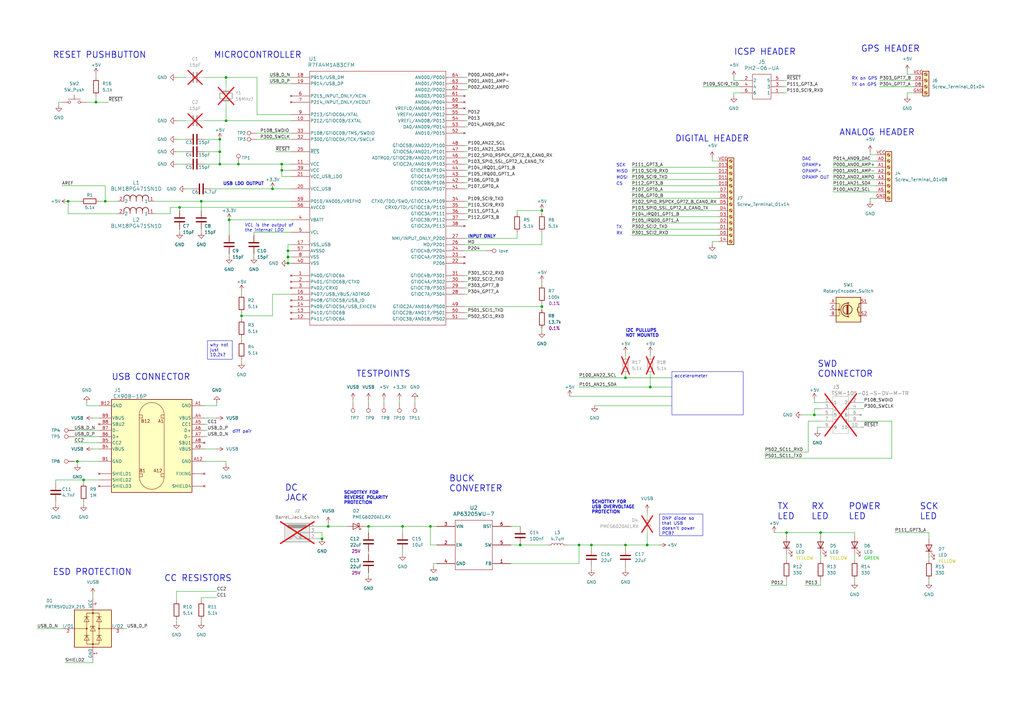
<source format=kicad_sch>
(kicad_sch (version 20230121) (generator eeschema)
  (paper "A3")
  (junction (at 43.18 82.55))
  (junction (at 256.54 223.52))
  (junction (at 256.54 154.94))
  (junction (at 73.66 85.09))
  (junction (at 118.11 105.41))
  (junction (at 322.58 218.44))
  (junction (at 222.25 125.73))
  (junction (at 165.1 215.9))
  (junction (at 118.11 102.87))
  (junction (at 90.17 62.23))
  (junction (at 213.36 223.52))
  (junction (at 265.43 223.52))
  (junction (at 151.13 215.9))
  (junction (at 97.79 67.31))
  (junction (at 266.7 158.75))
  (junction (at 93.98 90.17))
  (junction (at 118.11 107.95))
  (junction (at 31.75 189.23))
  (junction (at 90.17 67.31))
  (junction (at 115.57 69.85))
  (junction (at 115.57 67.31))
  (junction (at 82.55 82.55))
  (junction (at 132.08 220.98))
  (junction (at 334.01 170.18))
  (junction (at 111.76 77.47))
  (junction (at 39.37 41.91))
  (junction (at 90.17 57.15))
  (junction (at 92.71 49.53))
  (junction (at 92.71 31.75))
  (junction (at 222.25 86.36))
  (junction (at 34.29 196.85))
  (junction (at 336.55 218.44))
  (junction (at 134.62 215.9))
  (junction (at 27.94 82.55))
  (junction (at 242.57 223.52))
  (junction (at 176.53 215.9))
  (junction (at 237.49 223.52))
  (junction (at 99.06 129.54))
  (wire (pts (xy 190.5 64.77) (xy 191.77 64.77)))
  (wire (pts (xy 22.86 205.74) (xy 22.86 207.01)))
  (wire (pts (xy 25.4 41.91) (xy 24.13 41.91)))
  (wire (pts (xy 256.54 232.41) (xy 256.54 233.68)))
  (wire (pts (xy 92.71 189.23) (xy 92.71 190.5)))
  (wire (pts (xy 93.98 104.14) (xy 93.98 105.41)))
  (wire (pts (xy 356.87 81.28) (xy 356.87 82.55)))
  (wire (pts (xy 105.41 46.99) (xy 105.41 31.75)))
  (wire (pts (xy 313.69 187.96) (xy 365.76 187.96)))
  (wire (pts (xy 321.31 35.56) (xy 322.58 35.56)))
  (wire (pts (xy 30.48 181.61) (xy 40.64 181.61)))
  (wire (pts (xy 266.7 144.78) (xy 266.7 146.05)))
  (wire (pts (xy 190.5 115.57) (xy 191.77 115.57)))
  (wire (pts (xy 331.47 172.72) (xy 331.47 185.42)))
  (wire (pts (xy 30.48 179.07) (xy 40.64 179.07)))
  (wire (pts (xy 83.82 184.15) (xy 88.9 184.15)))
  (wire (pts (xy 170.18 163.83) (xy 170.18 165.1)))
  (wire (pts (xy 73.66 86.36) (xy 73.66 85.09)))
  (wire (pts (xy 190.5 46.99) (xy 191.77 46.99)))
  (wire (pts (xy 82.55 254) (xy 82.55 255.27)))
  (wire (pts (xy 341.63 76.2) (xy 359.41 76.2)))
  (wire (pts (xy 265.43 223.52) (xy 270.51 223.52)))
  (wire (pts (xy 165.1 215.9) (xy 165.1 218.44)))
  (wire (pts (xy 212.09 97.79) (xy 212.09 95.25)))
  (wire (pts (xy 294.64 66.04) (xy 292.1 66.04)))
  (wire (pts (xy 341.63 66.04) (xy 359.41 66.04)))
  (wire (pts (xy 300.99 33.02) (xy 300.99 31.75)))
  (wire (pts (xy 35.56 166.37) (xy 35.56 165.1)))
  (wire (pts (xy 313.69 185.42) (xy 331.47 185.42)))
  (wire (pts (xy 336.55 172.72) (xy 331.47 172.72)))
  (wire (pts (xy 321.31 33.02) (xy 322.58 33.02)))
  (wire (pts (xy 222.25 115.57) (xy 222.25 116.84)))
  (wire (pts (xy 72.39 57.15) (xy 76.2 57.15)))
  (wire (pts (xy 256.54 153.67) (xy 256.54 154.94)))
  (wire (pts (xy 105.41 57.15) (xy 119.38 57.15)))
  (wire (pts (xy 350.52 237.49) (xy 350.52 238.76)))
  (wire (pts (xy 190.5 62.23) (xy 191.77 62.23)))
  (wire (pts (xy 90.17 67.31) (xy 97.79 67.31)))
  (wire (pts (xy 129.54 215.9) (xy 134.62 215.9)))
  (wire (pts (xy 190.5 77.47) (xy 191.77 77.47)))
  (wire (pts (xy 38.1 243.84) (xy 38.1 245.11)))
  (wire (pts (xy 151.13 234.95) (xy 151.13 236.22)))
  (wire (pts (xy 222.25 134.62) (xy 222.25 135.89)))
  (wire (pts (xy 82.55 82.55) (xy 119.38 82.55)))
  (wire (pts (xy 191.77 59.69) (xy 190.5 59.69)))
  (wire (pts (xy 118.11 105.41) (xy 119.38 105.41)))
  (wire (pts (xy 40.64 82.55) (xy 43.18 82.55)))
  (wire (pts (xy 83.82 171.45) (xy 88.9 171.45)))
  (wire (pts (xy 115.57 72.39) (xy 119.38 72.39)))
  (wire (pts (xy 266.7 158.75) (xy 275.59 158.75)))
  (wire (pts (xy 118.11 102.87) (xy 119.38 102.87)))
  (wire (pts (xy 190.5 102.87) (xy 199.39 102.87)))
  (wire (pts (xy 72.39 254) (xy 72.39 255.27)))
  (wire (pts (xy 118.11 100.33) (xy 118.11 102.87)))
  (wire (pts (xy 144.78 163.83) (xy 144.78 165.1)))
  (wire (pts (xy 104.14 104.14) (xy 104.14 105.41)))
  (wire (pts (xy 336.55 165.1) (xy 334.01 165.1)))
  (wire (pts (xy 322.58 237.49) (xy 322.58 240.03)))
  (wire (pts (xy 237.49 154.94) (xy 256.54 154.94)))
  (wire (pts (xy 113.03 62.23) (xy 119.38 62.23)))
  (wire (pts (xy 83.82 67.31) (xy 90.17 67.31)))
  (wire (pts (xy 176.53 215.9) (xy 179.07 215.9)))
  (wire (pts (xy 83.82 62.23) (xy 90.17 62.23)))
  (wire (pts (xy 336.55 175.26) (xy 335.28 175.26)))
  (wire (pts (xy 350.52 227.33) (xy 350.52 229.87)))
  (wire (pts (xy 163.83 163.83) (xy 163.83 165.1)))
  (wire (pts (xy 90.17 62.23) (xy 90.17 67.31)))
  (wire (pts (xy 359.41 63.5) (xy 356.87 63.5)))
  (wire (pts (xy 34.29 196.85) (xy 34.29 198.12)))
  (wire (pts (xy 115.57 69.85) (xy 115.57 72.39)))
  (wire (pts (xy 222.25 100.33) (xy 222.25 95.25)))
  (wire (pts (xy 259.08 96.52) (xy 294.64 96.52)))
  (wire (pts (xy 83.82 189.23) (xy 92.71 189.23)))
  (wire (pts (xy 83.82 49.53) (xy 92.71 49.53)))
  (wire (pts (xy 72.39 67.31) (xy 76.2 67.31)))
  (wire (pts (xy 367.03 218.44) (xy 381 218.44)))
  (wire (pts (xy 24.13 41.91) (xy 24.13 43.18)))
  (wire (pts (xy 165.1 226.06) (xy 165.1 227.33)))
  (wire (pts (xy 256.54 144.78) (xy 256.54 146.05)))
  (wire (pts (xy 353.06 175.26) (xy 354.33 175.26)))
  (wire (pts (xy 119.38 67.31) (xy 115.57 67.31)))
  (wire (pts (xy 190.5 125.73) (xy 222.25 125.73)))
  (wire (pts (xy 99.06 147.32) (xy 99.06 148.59)))
  (wire (pts (xy 179.07 223.52) (xy 176.53 223.52)))
  (wire (pts (xy 118.11 102.87) (xy 118.11 105.41)))
  (wire (pts (xy 110.49 31.75) (xy 119.38 31.75)))
  (wire (pts (xy 15.24 257.81) (xy 25.4 257.81)))
  (wire (pts (xy 115.57 69.85) (xy 119.38 69.85)))
  (wire (pts (xy 157.48 163.83) (xy 157.48 165.1)))
  (wire (pts (xy 99.06 119.38) (xy 99.06 120.65)))
  (wire (pts (xy 72.39 62.23) (xy 76.2 62.23)))
  (wire (pts (xy 82.55 246.38) (xy 82.55 245.11)))
  (wire (pts (xy 82.55 245.11) (xy 88.9 245.11)))
  (wire (pts (xy 190.5 100.33) (xy 222.25 100.33)))
  (wire (pts (xy 190.5 82.55) (xy 191.77 82.55)))
  (wire (pts (xy 259.08 88.9) (xy 294.64 88.9)))
  (wire (pts (xy 212.09 87.63) (xy 212.09 86.36)))
  (wire (pts (xy 129.54 220.98) (xy 132.08 220.98)))
  (wire (pts (xy 336.55 237.49) (xy 336.55 240.03)))
  (wire (pts (xy 259.08 86.36) (xy 294.64 86.36)))
  (wire (pts (xy 83.82 166.37) (xy 88.9 166.37)))
  (wire (pts (xy 292.1 99.06) (xy 292.1 100.33)))
  (wire (pts (xy 43.18 82.55) (xy 48.26 82.55)))
  (wire (pts (xy 31.75 189.23) (xy 40.64 189.23)))
  (wire (pts (xy 381 237.49) (xy 381 238.76)))
  (wire (pts (xy 115.57 67.31) (xy 115.57 69.85)))
  (wire (pts (xy 111.76 120.65) (xy 119.38 120.65)))
  (wire (pts (xy 93.98 90.17) (xy 93.98 96.52)))
  (wire (pts (xy 190.5 87.63) (xy 191.77 87.63)))
  (wire (pts (xy 105.41 54.61) (xy 119.38 54.61)))
  (wire (pts (xy 242.57 223.52) (xy 242.57 224.79)))
  (wire (pts (xy 292.1 66.04) (xy 292.1 64.77)))
  (wire (pts (xy 190.5 67.31) (xy 191.77 67.31)))
  (wire (pts (xy 356.87 63.5) (xy 356.87 62.23)))
  (wire (pts (xy 353.06 165.1) (xy 354.33 165.1)))
  (wire (pts (xy 336.55 227.33) (xy 336.55 229.87)))
  (wire (pts (xy 336.55 218.44) (xy 336.55 219.71)))
  (wire (pts (xy 341.63 78.74) (xy 359.41 78.74)))
  (wire (pts (xy 69.85 87.63) (xy 63.5 87.63)))
  (wire (pts (xy 322.58 218.44) (xy 336.55 218.44)))
  (wire (pts (xy 381 228.6) (xy 381 229.87)))
  (wire (pts (xy 242.57 232.41) (xy 242.57 233.68)))
  (wire (pts (xy 72.39 246.38) (xy 72.39 242.57)))
  (wire (pts (xy 353.06 172.72) (xy 365.76 172.72)))
  (wire (pts (xy 39.37 41.91) (xy 44.45 41.91)))
  (wire (pts (xy 110.49 34.29) (xy 119.38 34.29)))
  (wire (pts (xy 190.5 97.79) (xy 212.09 97.79)))
  (wire (pts (xy 372.11 30.48) (xy 372.11 29.21)))
  (wire (pts (xy 27.94 87.63) (xy 27.94 82.55)))
  (wire (pts (xy 300.99 38.1) (xy 300.99 39.37)))
  (wire (pts (xy 86.36 77.47) (xy 111.76 77.47)))
  (wire (pts (xy 321.31 38.1) (xy 322.58 38.1)))
  (wire (pts (xy 92.71 35.56) (xy 92.71 31.75)))
  (wire (pts (xy 242.57 223.52) (xy 256.54 223.52)))
  (wire (pts (xy 237.49 223.52) (xy 232.41 223.52)))
  (wire (pts (xy 374.65 30.48) (xy 372.11 30.48)))
  (wire (pts (xy 165.1 215.9) (xy 176.53 215.9)))
  (wire (pts (xy 50.8 257.81) (xy 52.07 257.81)))
  (wire (pts (xy 353.06 167.64) (xy 354.33 167.64)))
  (wire (pts (xy 132.08 220.98) (xy 132.08 218.44)))
  (wire (pts (xy 259.08 91.44) (xy 294.64 91.44)))
  (wire (pts (xy 190.5 74.93) (xy 191.77 74.93)))
  (wire (pts (xy 73.66 93.98) (xy 73.66 95.25)))
  (wire (pts (xy 151.13 218.44) (xy 151.13 215.9)))
  (wire (pts (xy 209.55 223.52) (xy 213.36 223.52)))
  (wire (pts (xy 111.76 77.47) (xy 119.38 77.47)))
  (wire (pts (xy 322.58 219.71) (xy 322.58 218.44)))
  (wire (pts (xy 190.5 72.39) (xy 191.77 72.39)))
  (wire (pts (xy 104.14 95.25) (xy 119.38 95.25)))
  (wire (pts (xy 341.63 73.66) (xy 359.41 73.66)))
  (wire (pts (xy 360.68 33.02) (xy 374.65 33.02)))
  (wire (pts (xy 222.25 124.46) (xy 222.25 125.73)))
  (wire (pts (xy 190.5 31.75) (xy 191.77 31.75)))
  (wire (pts (xy 22.86 196.85) (xy 22.86 198.12)))
  (wire (pts (xy 43.18 82.55) (xy 43.18 76.2)))
  (wire (pts (xy 40.64 196.85) (xy 34.29 196.85)))
  (wire (pts (xy 83.82 173.99) (xy 85.09 173.99)))
  (wire (pts (xy 190.5 52.07) (xy 191.77 52.07)))
  (wire (pts (xy 190.5 36.83) (xy 191.77 36.83)))
  (wire (pts (xy 190.5 118.11) (xy 191.77 118.11)))
  (wire (pts (xy 265.43 209.55) (xy 265.43 210.82)))
  (wire (pts (xy 330.2 240.03) (xy 336.55 240.03)))
  (wire (pts (xy 83.82 31.75) (xy 92.71 31.75)))
  (wire (pts (xy 266.7 153.67) (xy 266.7 158.75)))
  (wire (pts (xy 209.55 215.9) (xy 213.36 215.9)))
  (wire (pts (xy 322.58 227.33) (xy 322.58 229.87)))
  (wire (pts (xy 72.39 31.75) (xy 76.2 31.75)))
  (wire (pts (xy 111.76 129.54) (xy 111.76 120.65)))
  (wire (pts (xy 134.62 215.9) (xy 142.24 215.9)))
  (wire (pts (xy 336.55 218.44) (xy 350.52 218.44)))
  (wire (pts (xy 99.06 130.81) (xy 99.06 129.54)))
  (wire (pts (xy 48.26 87.63) (xy 27.94 87.63)))
  (wire (pts (xy 83.82 179.07) (xy 85.09 179.07)))
  (wire (pts (xy 88.9 166.37) (xy 88.9 165.1)))
  (wire (pts (xy 256.54 223.52) (xy 265.43 223.52)))
  (wire (pts (xy 190.5 49.53) (xy 191.77 49.53)))
  (wire (pts (xy 119.38 85.09) (xy 73.66 85.09)))
  (wire (pts (xy 259.08 68.58) (xy 294.64 68.58)))
  (wire (pts (xy 149.86 215.9) (xy 151.13 215.9)))
  (wire (pts (xy 259.08 73.66) (xy 294.64 73.66)))
  (wire (pts (xy 73.66 85.09) (xy 69.85 85.09)))
  (wire (pts (xy 179.07 231.14) (xy 177.8 231.14)))
  (wire (pts (xy 63.5 82.55) (xy 82.55 82.55)))
  (wire (pts (xy 93.98 90.17) (xy 119.38 90.17)))
  (wire (pts (xy 303.53 33.02) (xy 300.99 33.02)))
  (wire (pts (xy 190.5 85.09) (xy 191.77 85.09)))
  (wire (pts (xy 237.49 158.75) (xy 266.7 158.75)))
  (wire (pts (xy 190.5 128.27) (xy 191.77 128.27)))
  (wire (pts (xy 118.11 107.95) (xy 119.38 107.95)))
  (wire (pts (xy 176.53 215.9) (xy 176.53 223.52)))
  (wire (pts (xy 119.38 100.33) (xy 118.11 100.33)))
  (wire (pts (xy 350.52 218.44) (xy 350.52 219.71)))
  (wire (pts (xy 90.17 57.15) (xy 90.17 62.23)))
  (wire (pts (xy 190.5 120.65) (xy 191.77 120.65)))
  (wire (pts (xy 99.06 128.27) (xy 99.06 129.54)))
  (wire (pts (xy 334.01 170.18) (xy 336.55 170.18)))
  (wire (pts (xy 190.5 90.17) (xy 191.77 90.17)))
  (wire (pts (xy 134.62 214.63) (xy 134.62 215.9)))
  (wire (pts (xy 151.13 215.9) (xy 165.1 215.9)))
  (wire (pts (xy 104.14 96.52) (xy 104.14 95.25)))
  (wire (pts (xy 256.54 154.94) (xy 275.59 154.94)))
  (wire (pts (xy 31.75 190.5) (xy 31.75 189.23)))
  (wire (pts (xy 222.25 86.36) (xy 222.25 87.63)))
  (wire (pts (xy 38.1 270.51) (xy 38.1 271.78)))
  (wire (pts (xy 190.5 113.03) (xy 191.77 113.03)))
  (wire (pts (xy 97.79 67.31) (xy 115.57 67.31)))
  (wire (pts (xy 237.49 231.14) (xy 237.49 223.52)))
  (wire (pts (xy 99.06 138.43) (xy 99.06 139.7)))
  (wire (pts (xy 209.55 231.14) (xy 237.49 231.14)))
  (wire (pts (xy 256.54 223.52) (xy 256.54 224.79)))
  (wire (pts (xy 328.93 170.18) (xy 334.01 170.18)))
  (wire (pts (xy 336.55 167.64) (xy 334.01 167.64)))
  (wire (pts (xy 259.08 81.28) (xy 294.64 81.28)))
  (wire (pts (xy 372.11 38.1) (xy 372.11 39.37)))
  (wire (pts (xy 259.08 83.82) (xy 294.64 83.82)))
  (wire (pts (xy 259.08 76.2) (xy 294.64 76.2)))
  (wire (pts (xy 83.82 57.15) (xy 90.17 57.15)))
  (wire (pts (xy 341.63 68.58) (xy 359.41 68.58)))
  (wire (pts (xy 335.28 175.26) (xy 335.28 176.53)))
  (wire (pts (xy 25.4 76.2) (xy 43.18 76.2)))
  (wire (pts (xy 82.55 86.36) (xy 82.55 82.55)))
  (wire (pts (xy 341.63 71.12) (xy 359.41 71.12)))
  (wire (pts (xy 34.29 205.74) (xy 34.29 207.01)))
  (wire (pts (xy 39.37 30.48) (xy 39.37 31.75)))
  (wire (pts (xy 177.8 231.14) (xy 177.8 232.41)))
  (wire (pts (xy 82.55 93.98) (xy 82.55 95.25)))
  (wire (pts (xy 213.36 223.52) (xy 224.79 223.52)))
  (wire (pts (xy 38.1 184.15) (xy 40.64 184.15)))
  (wire (pts (xy 303.53 38.1) (xy 300.99 38.1)))
  (wire (pts (xy 259.08 93.98) (xy 294.64 93.98)))
  (wire (pts (xy 334.01 165.1) (xy 334.01 163.83)))
  (wire (pts (xy 39.37 39.37) (xy 39.37 41.91)))
  (wire (pts (xy 72.39 49.53) (xy 76.2 49.53)))
  (wire (pts (xy 26.67 271.78) (xy 38.1 271.78)))
  (wire (pts (xy 190.5 130.81) (xy 191.77 130.81)))
  (wire (pts (xy 30.48 176.53) (xy 40.64 176.53)))
  (wire (pts (xy 39.37 41.91) (xy 35.56 41.91)))
  (wire (pts (xy 38.1 171.45) (xy 40.64 171.45)))
  (wire (pts (xy 27.94 82.55) (xy 33.02 82.55)))
  (wire (pts (xy 243.84 166.37) (xy 275.59 166.37)))
  (wire (pts (xy 92.71 31.75) (xy 105.41 31.75)))
  (wire (pts (xy 381 220.98) (xy 381 218.44)))
  (wire (pts (xy 190.5 34.29) (xy 191.77 34.29)))
  (wire (pts (xy 334.01 167.64) (xy 334.01 170.18)))
  (wire (pts (xy 259.08 78.74) (xy 294.64 78.74)))
  (wire (pts (xy 317.5 218.44) (xy 322.58 218.44)))
  (wire (pts (xy 288.29 35.56) (xy 303.53 35.56)))
  (wire (pts (xy 69.85 85.09) (xy 69.85 87.63)))
  (wire (pts (xy 83.82 176.53) (xy 85.09 176.53)))
  (wire (pts (xy 233.68 162.56) (xy 275.59 162.56)))
  (wire (pts (xy 316.23 240.03) (xy 322.58 240.03)))
  (wire (pts (xy 374.65 38.1) (xy 372.11 38.1)))
  (wire (pts (xy 222.25 125.73) (xy 222.25 127)))
  (wire (pts (xy 34.29 196.85) (xy 22.86 196.85)))
  (wire (pts (xy 365.76 172.72) (xy 365.76 187.96)))
  (wire (pts (xy 237.49 223.52) (xy 242.57 223.52)))
  (wire (pts (xy 99.06 129.54) (xy 111.76 129.54)))
  (wire (pts (xy 129.54 218.44) (xy 132.08 218.44)))
  (wire (pts (xy 40.64 166.37) (xy 35.56 166.37)))
  (wire (pts (xy 212.09 86.36) (xy 222.25 86.36)))
  (wire (pts (xy 265.43 223.52) (xy 265.43 218.44)))
  (wire (pts (xy 360.68 35.56) (xy 374.65 35.56)))
  (wire (pts (xy 31.75 189.23) (xy 30.48 189.23)))
  (wire (pts (xy 76.2 77.47) (xy 78.74 77.47)))
  (wire (pts (xy 92.71 49.53) (xy 119.38 49.53)))
  (wire (pts (xy 151.13 226.06) (xy 151.13 227.33)))
  (wire (pts (xy 72.39 242.57) (xy 88.9 242.57)))
  (wire (pts (xy 119.38 46.99) (xy 105.41 46.99)))
  (wire (pts (xy 359.41 81.28) (xy 356.87 81.28)))
  (wire (pts (xy 259.08 71.12) (xy 294.64 71.12)))
  (wire (pts (xy 118.11 105.41) (xy 118.11 107.95)))
  (wire (pts (xy 92.71 43.18) (xy 92.71 49.53)))
  (wire (pts (xy 294.64 99.06) (xy 292.1 99.06)))
  (wire (pts (xy 151.13 163.83) (xy 151.13 165.1)))
  (wire (pts (xy 190.5 69.85) (xy 191.77 69.85)))
  (text_box "accelerometer" (at 275.59 152.4 0) (size 29.21 17.78) (effects (font (size 1.27 1.27)) (justify left top)))
  (text_box "why not just 10.2k?\n" (at 85.09 139.7 0) (size 10.16 7.62) (effects (font (size 1.27 1.27)) (justify left top)))
  (text_box "DNP diode so that USB doesn't power PCB?" (at 270.51 210.82 0) (size 17.78 8.89) (effects (font (size 1.27 1.27)) (justify left top)))
  (text "SCK\n" (at 252.73 68.58 0) (effects (font (size 1.27 1.27)) (justify left bottom)))
  (text "POWER\nLED" (at 347.98 213.36 0) (effects (font (size 2.54 2.54) (thickness 0.254) bold) (justify left bottom)))
  (text "RX on GPS" (at 349.25 33.02 0) (effects (font (size 1.27 1.27)) (justify left bottom)))
  (text "YELLOW" (at 326.39 229.87 0) (effects (font (size 1.27 1.27)) (justify left bottom)))
  (text "SCK\nLED" (at 377.19 213.36 0) (effects (font (size 2.54 2.54) (thickness 0.254) bold) (justify left bottom)))
  (text "GPS HEADER" (at 353.06 21.59 0) (effects (font (size 2.54 2.54) (thickness 0.254) bold) (justify left bottom)))
  (text "TX" (at 252.73 93.98 0) (effects (font (size 1.27 1.27)) (justify left bottom)))
  (text "YELLOW" (at 384.81 231.14 0) (effects (font (size 1.27 1.27)) (justify left bottom)))
  (text "YELLOW" (at 340.36 229.87 0) (effects (font (size 1.27 1.27)) (justify left bottom)))
  (text "BUCK\nCONVERTER" (at 184.15 201.93 0) (effects (font (size 2.54 2.54) (thickness 0.254) bold) (justify left bottom)))
  (text "TESTPOINTS" (at 146.05 154.94 0) (effects (font (size 2.54 2.54) (thickness 0.254) bold) (justify left bottom)))
  (text "RX\nLED" (at 332.74 213.36 0) (effects (font (size 2.54 2.54) (thickness 0.254) bold) (justify left bottom)))
  (text "USB LDO OUTPUT\n" (at 91.44 76.2 0) (effects (font (size 1.27 1.27) (thickness 0.254) bold) (justify left bottom)))
  (text "OPAMP+\n" (at 328.93 68.58 0) (effects (font (size 1.27 1.27)) (justify left bottom)))
  (text "SWD\nCONNECTOR" (at 335.28 154.94 0) (effects (font (size 2.54 2.54) (thickness 0.254) bold) (justify left bottom)))
  (text "MISO\n" (at 252.73 71.12 0) (effects (font (size 1.27 1.27)) (justify left bottom)))
  (text "CS" (at 252.73 76.2 0) (effects (font (size 1.27 1.27)) (justify left bottom)))
  (text "TX\nLED" (at 318.77 213.36 0) (effects (font (size 2.54 2.54) (thickness 0.254) bold) (justify left bottom)))
  (text "DAC\n" (at 328.93 66.04 0) (effects (font (size 1.27 1.27)) (justify left bottom)))
  (text "DC\nJACK" (at 116.84 205.74 0) (effects (font (size 2.54 2.54) (thickness 0.254) bold) (justify left bottom)))
  (text "MOSI" (at 252.73 73.66 0) (effects (font (size 1.27 1.27)) (justify left bottom)))
  (text "OPAMP OUT\n" (at 328.93 73.66 0) (effects (font (size 1.27 1.27)) (justify left bottom)))
  (text "OPAMP-\n" (at 328.93 71.12 0) (effects (font (size 1.27 1.27)) (justify left bottom)))
  (text "GREEN" (at 354.33 229.87 0) (effects (font (size 1.27 1.27)) (justify left bottom)))
  (text "I2C PULLUPS\nNOT MOUNTED" (at 256.54 138.43 0) (effects (font (size 1.27 1.27) (thickness 0.254) bold) (justify left bottom)))
  (text "ANALOG HEADER" (at 344.17 55.88 0) (effects (font (size 2.54 2.54) (thickness 0.254) bold) (justify left bottom)))
  (text "DIGITAL HEADER" (at 276.86 58.42 0) (effects (font (size 2.54 2.54) (thickness 0.254) bold) (justify left bottom)))
  (text "MICROCONTROLLER" (at 87.63 24.13 0) (effects (font (size 2.54 2.54) (thickness 0.254) bold) (justify left bottom)))
  (text "VCL is the output of \nthe internal LDO" (at 100.33 95.25 0) (effects (font (size 1.27 1.27) italic) (justify left bottom)))
  (text "diff pair\n" (at 95.25 177.8 0) (effects (font (size 1.27 1.27)) (justify left bottom)))
  (text "SCHOTTKY FOR\nREVERSE POLARITY\nPROTECTION" (at 140.97 207.01 0) (effects (font (size 1.27 1.27) (thickness 0.254) bold) (justify left bottom)))
  (text "USB CONNECTOR\n" (at 45.72 156.21 0) (effects (font (size 2.54 2.54) (thickness 0.254) bold) (justify left bottom)))
  (text "RESET PUSHBUTTON" (at 21.59 24.13 0) (effects (font (size 2.54 2.54) (thickness 0.254) bold) (justify left bottom)))
  (text "INPUT ONLY" (at 191.77 97.79 0) (effects (font (size 1.27 1.27) (thickness 0.254) bold italic) (justify left bottom)))
  (text "ICSP HEADER" (at 300.99 22.86 0) (effects (font (size 2.54 2.54) (thickness 0.254) bold) (justify left bottom)))
  (text "RX" (at 252.73 96.52 0) (effects (font (size 1.27 1.27)) (justify left bottom)))
  (text "SCHOTTKY FOR\nUSB OVERVOLTAGE\nPROTECTION" (at 242.57 210.82 0) (effects (font (size 1.27 1.27) (thickness 0.254) bold) (justify left bottom)))
  (text "CC RESISTORS" (at 67.31 238.76 0) (effects (font (size 2.54 2.54) (thickness 0.254) bold) (justify left bottom)))
  (text "ESD PROTECTION" (at 21.59 236.22 0) (effects (font (size 2.54 2.54) (thickness 0.254) bold) (justify left bottom)))
  (text "TX on GPS" (at 349.25 35.56 0) (effects (font (size 1.27 1.27)) (justify left bottom)))
  (label "P304_GPT7_A" (at 360.68 35.56 0))
  (label "P108_SWDIO" (at 106.68 54.61 0))
  (label "P111_GPT3_A" (at 259.08 68.58 0))
  (label "P012" (at 191.77 46.99 0))
  (label "P301_SCI2_RXD" (at 191.77 113.03 0))
  (label "P013" (at 191.77 49.53 0))
  (label "P107_GPT0_A" (at 191.77 77.47 0))
  (label "P108_SWDIO" (at 354.33 165.1 0))
  (label "P303_GPT7_B" (at 191.77 118.11 0))
  (label "P111_GPT3_A" (at 191.77 87.63 0))
  (label "P105_IRQ00_GPT1_A" (at 259.08 91.44 0))
  (label "USB_D_N" (at 30.48 176.53 0))
  (label "~{RESET}" (at 44.45 41.91 0))
  (label "USB_D_N" (at 15.24 257.81 0))
  (label "P106_GPT0_B" (at 191.77 74.93 0))
  (label "P109_SCI9_TXD" (at 259.08 73.66 0))
  (label "P502_SCI1_RXD" (at 191.77 130.81 0))
  (label "P501_SC11_TXD" (at 313.69 187.96 0))
  (label "P002_AN02_AMPO" (at 191.77 36.83 0))
  (label "P101_AN21_SDA" (at 237.49 158.75 0))
  (label "P104_IRQ01_GPT1_B" (at 191.77 69.85 0))
  (label "P111_GPT3_A" (at 367.03 218.44 0))
  (label "P100_AN22_SCL" (at 341.63 78.74 0))
  (label "P002_AN02_AMPO" (at 341.63 73.66 0))
  (label "MD" (at 191.77 100.33 0))
  (label "~{RESET}" (at 113.03 62.23 0))
  (label "CC1" (at 85.09 173.99 0))
  (label "P302_SCI2_TXD" (at 191.77 115.57 0))
  (label "CC2" (at 30.48 181.61 0))
  (label "P109_SCI9_TXD" (at 288.29 35.56 0))
  (label "P104_IRQ01_GPT1_B" (at 259.08 88.9 0))
  (label "USB_D_P" (at 52.07 257.81 0))
  (label "P014_AN09_DAC" (at 191.77 52.07 0))
  (label "SHIELD2" (at 26.67 271.78 0))
  (label "P102_SPI0_RSPCK_GPT2_B_CAN0_RX" (at 191.77 64.77 0))
  (label "P103_SPI0_SSL_GPT2_A_CAN0_TX" (at 259.08 86.36 0))
  (label "P100_AN22_SCL" (at 237.49 154.94 0))
  (label "P501_SCI1_TXD" (at 191.77 128.27 0))
  (label "P014_AN09_DAC" (at 341.63 66.04 0))
  (label "P000_AN00_AMP+" (at 191.77 31.75 0))
  (label "P101_AN21_SDA" (at 341.63 76.2 0))
  (label "P303_GPT7_B" (at 360.68 33.02 0))
  (label "P000_AN00_AMP+" (at 341.63 68.58 0))
  (label "P204" (at 191.77 102.87 0))
  (label "USB_D_N" (at 110.49 31.75 0))
  (label "P302_SCI2_TXD" (at 259.08 93.98 0))
  (label "USB_D_N" (at 85.09 179.07 0))
  (label "P109_SCI9_TXD" (at 191.77 82.55 0))
  (label "CC2" (at 88.9 242.57 0))
  (label "P106_GPT0_B" (at 259.08 81.28 0))
  (label "P301_SCI2_RXD" (at 259.08 96.52 0))
  (label "CC1" (at 88.9 245.11 0))
  (label "P502_SC11_RXD" (at 313.69 185.42 0))
  (label "P300_SWCLK" (at 106.68 57.15 0))
  (label "P001_AN01_AMP-" (at 341.63 71.12 0))
  (label "P012" (at 316.23 240.03 0))
  (label "P112_GPT3_B" (at 191.77 90.17 0))
  (label "P100_AN22_SCL" (at 191.77 59.69 0))
  (label "P111_GPT3_A" (at 322.58 35.56 0))
  (label "P300_SWCLK" (at 354.33 167.64 0))
  (label "P103_SPI0_SSL_GPT2_A_CAN0_TX" (at 191.77 67.31 0))
  (label "~{RESET}" (at 322.58 33.02 0))
  (label "P105_IRQ00_GPT1_A" (at 191.77 72.39 0))
  (label "P112_GPT3_B" (at 259.08 76.2 0))
  (label "AREF" (at 25.4 76.2 0))
  (label "~{RESET}" (at 354.33 175.26 0))
  (label "P110_SCI9_RXD" (at 191.77 85.09 0))
  (label "USB_D_P" (at 30.48 179.07 0))
  (label "P013" (at 330.2 240.03 0))
  (label "P101_AN21_SDA" (at 191.77 62.23 0))
  (label "P107_GPT0_A" (at 259.08 78.74 0))
  (label "P110_SCI9_RXD" (at 259.08 71.12 0))
  (label "USB_D_P" (at 85.09 176.53 0))
  (label "P001_AN01_AMP-" (at 191.77 34.29 0))
  (label "P110_SCI9_RXD" (at 322.58 38.1 0))
  (label "P304_GPT7_A" (at 191.77 120.65 0))
  (label "P102_SPI0_RSPCK_GPT2_B_CAN0_RX" (at 259.08 83.82 0))
  (label "USB_D_P" (at 110.49 34.29 0))
  (symbol (lib_id "Device:R") (at 72.39 250.19 0) (unit 1)
    (property "Reference" "R10" (at 74.93 248.92 0) (effects (justify left)))
    (property "Value" "5.1k" (at 74.93 251.46 0) (effects (justify left)))
  )
  (symbol (lib_id "Device:C") (at 73.66 90.17 180) (unit 1)
    (property "Reference" "C7" (at 74.93 92.71 0) (effects (justify right)))
    (property "Value" "15pF" (at 74.93 95.25 0) (effects (justify right)))
  )
  (symbol (lib_id "power:GND") (at 328.93 170.18 270) (unit 1)
    (property "Reference" "#PWR050" (effects hide))
    (property "Value" "GND" (at 325.12 170.18 90) (effects (justify right)))
  )
  (symbol (lib_id "power:GND") (at 24.13 43.18 0) (unit 1)
    (property "Reference" "#PWR043" (effects hide))
    (property "Value" "GND" (at 24.13 48.26 0))
  )
  (symbol (lib_id "power:+5V") (at 266.7 144.78 0) (unit 1)
    (property "Reference" "#PWR060" (effects hide))
    (property "Value" "+5V" (at 266.7 140.97 0))
  )
  (symbol (lib_id "power:GND") (at 151.13 236.22 0) (unit 1)
    (property "Reference" "#PWR036" (effects hide))
    (property "Value" "GND" (at 151.13 241.3 0))
  )
  (symbol (lib_id "VUSB:VUSB") (at 144.78 157.48 0) (unit 1) (in_bom no) (on_board no)
    (property "Reference" "#PWR064" (effects hide))
    (property "Value" "VUSB" (at 151.13 158.75 0))
  )
  (symbol (lib_id "power:+3.3V") (at 111.76 77.47 0) (unit 1)
    (property "Reference" "#PWR07" (effects hide))
    (property "Value" "+3.3V" (at 111.76 73.66 0))
  )
  (symbol (lib_id "Connector:TestPoint") (at 144.78 165.1 180) (unit 1)
    (property "Reference" "TP7" (at 147.32 171.45 0) (effects (justify left)))
    (property "Value" "TestPoint" (effects hide))
  )
  (symbol (lib_id "Device:C") (at 22.86 201.93 180) (unit 1)
    (property "Reference" "C11" (at 25.4 200.66 0) (effects (justify right)))
    (property "Value" "4.7nF" (at 25.4 203.2 0) (effects (justify right)))
    (property "Voltage" "1kV" (effects hide))
  )
  (symbol (lib_id "Device:C") (at 93.98 100.33 180) (unit 1)
    (property "Reference" "C9" (at 95.25 102.87 0) (effects (justify right)))
    (property "Value" "15pF" (at 95.25 105.41 0) (effects (justify right)))
  )
  (symbol (lib_id "power:GND") (at 300.99 39.37 0) (unit 1)
    (property "Reference" "#PWR054" (effects hide))
    (property "Value" "GND" (at 300.99 44.45 0))
  )
  (symbol (lib_id "power:+5V") (at 270.51 223.52 270) (unit 1)
    (property "Reference" "#PWR049" (effects hide))
    (property "Value" "+5V" (at 275.59 223.52 90))
  )
  (symbol (lib_id "Device:R") (at 222.25 91.44 0) (unit 1)
    (property "Reference" "R6" (at 224.79 90.17 0) (effects (justify left)))
    (property "Value" "5.1k" (at 224.79 92.71 0) (effects (justify left)))
  )
  (symbol (lib_id "Connector:TestPoint") (at 30.48 189.23 90) (unit 1)
    (property "Reference" "TP6" (at 22.86 189.23 90))
    (property "Value" "TestPoint" (effects hide))
  )
  (symbol (lib_id "Device:R") (at 99.06 143.51 0) (unit 1)
    (property "Reference" "R4" (at 101.6 142.24 0) (effects (justify left)))
    (property "Value" "5.1k" (at 101.6 144.78 0) (effects (justify left)))
  )
  (symbol (lib_id "power:GND") (at 72.39 31.75 270) (unit 1)
    (property "Reference" "#PWR01" (effects hide))
    (property "Value" "GND" (at 68.58 31.75 90) (effects (justify right)))
  )
  (symbol (lib_id "power:GND") (at 381 238.76 0) (unit 1)
    (property "Reference" "#PWR040" (effects hide))
    (property "Value" "GND" (at 381 243.84 0))
  )
  (symbol (lib_id "Connector:TestPoint") (at 105.41 57.15 90) (unit 1)
    (property "Reference" "TP3" (at 99.06 57.15 90))
    (property "Value" "TestPoint" (effects hide))
  )
  (symbol (lib_id "Device:C") (at 80.01 31.75 90) (unit 1) (dnp yes)
    (property "Reference" "C1" (at 80.01 24.13 90))
    (property "Value" "15pF" (at 80.01 26.67 90))
  )
  (symbol (lib_id "power:+5V") (at 157.48 163.83 0) (unit 1)
    (property "Reference" "#PWR063" (effects hide))
    (property "Value" "+5V" (at 157.48 158.75 0))
  )
  (symbol (lib_id "Device:R") (at 222.25 120.65 0) (unit 1)
    (property "Reference" "R7" (at 224.79 119.38 0) (effects (justify left)))
    (property "Value" "100k" (at 224.79 121.92 0) (effects (justify left)))
    (property "Tolerance" "0.1%" (at 227.33 124.46 0))
  )
  (symbol (lib_id "Connector:TestPoint") (at 157.48 165.1 180) (unit 1)
    (property "Reference" "TP8" (at 156.21 171.45 0) (effects (justify right)))
    (property "Value" "TestPoint" (effects hide))
  )
  (symbol (lib_id "Device:R") (at 322.58 233.68 0) (unit 1)
    (property "Reference" "R12" (at 325.12 232.41 0) (effects (justify left)))
    (property "Value" "330" (at 325.12 234.95 0) (effects (justify left)))
  )
  (symbol (lib_id "power:GND") (at 104.14 105.41 0) (unit 1)
    (property "Reference" "#PWR014" (effects hide))
    (property "Value" "GND" (at 104.14 110.49 0))
  )
  (symbol (lib_id "power:+5V") (at 292.1 64.77 0) (unit 1)
    (property "Reference" "#PWR061" (effects hide))
    (property "Value" "+5V" (at 292.1 59.69 0))
  )
  (symbol (lib_id "Connector:TestPoint") (at 199.39 102.87 270) (unit 1)
    (property "Reference" "love" (at 204.47 102.87 90) (effects (justify left)))
    (property "Value" "TestPoint" (effects hide))
  )
  (symbol (lib_id "Device:RotaryEncoder_Switch") (at 347.98 127 0) (unit 1)
    (property "Reference" "SW1" (at 347.98 116.84 0))
    (property "Value" "RotaryEncoder_Switch" (at 347.98 119.38 0))
  )
  (symbol (lib_id "power:GND") (at 99.06 148.59 0) (unit 1)
    (property "Reference" "#PWR017" (effects hide))
    (property "Value" "GND" (at 99.06 153.67 0))
  )
  (symbol (lib_id "Connector:TestPoint") (at 30.48 176.53 90) (unit 1)
    (property "Reference" "TP4" (at 22.86 176.53 90))
    (property "Value" "TestPoint" (effects hide))
  )
  (symbol (lib_id "power:+5V") (at 90.17 57.15 0) (unit 1)
    (property "Reference" "#PWR06" (effects hide))
    (property "Value" "+5V" (at 90.17 53.34 0))
  )
  (symbol (lib_id "Device:C") (at 104.14 100.33 180) (unit 1)
    (property "Reference" "C10" (at 105.41 102.87 0) (effects (justify right)))
    (property "Value" "15pF" (at 105.41 105.41 0) (effects (justify right)))
  )
  (symbol (lib_id "power:+5V") (at 27.94 82.55 90) (unit 1)
    (property "Reference" "#PWR012" (effects hide))
    (property "Value" "+5V" (at 22.86 82.55 90))
  )
  (symbol (lib_id "power:GND") (at 350.52 238.76 0) (unit 1)
    (property "Reference" "#PWR038" (effects hide))
    (property "Value" "GND" (at 350.52 243.84 0))
  )
  (symbol (lib_id "power:GND") (at 72.39 57.15 270) (unit 1)
    (property "Reference" "#PWR03" (effects hide))
    (property "Value" "GND" (at 68.58 57.15 90) (effects (justify right)))
  )
  (symbol (lib_id "Device:C") (at 151.13 222.25 180) (unit 1)
    (property "Reference" "C12" (at 143.51 220.98 0) (effects (justify right)))
    (property "Value" "22uF" (at 143.51 223.52 0) (effects (justify right)))
    (property "Voltage" "25V" (at 146.05 226.06 0))
  )
  (symbol (lib_id "power:+5V") (at 300.99 31.75 0) (unit 1)
    (property "Reference" "#PWR053" (effects hide))
    (property "Value" "+5V" (at 300.99 26.67 0))
  )
  (symbol (lib_id "AP63205WU-7:AP63205WU-7") (at 191.77 210.82 0) (unit 1)
    (property "Reference" "U2" (at 194.31 208.28 0) (effects (font (size 1.524 1.524))))
    (property "Value" "AP63205WU-7" (at 194.31 210.82 0) (effects (font (size 1.524 1.524))))
    (property "Footprint" "SOIC_05WU-7_DIO" (effects hide))
    (property "Datasheet" "AP63205WU-7" (effects hide))
  )
  (symbol (lib_id "power:+5V") (at 372.11 29.21 0) (unit 1)
    (property "Reference" "#PWR055" (effects hide))
    (property "Value" "+5V" (at 372.11 24.13 0))
  )
  (symbol (lib_id "Device:R") (at 99.06 124.46 0) (unit 1)
    (property "Reference" "R2" (at 101.6 123.19 0) (effects (justify left)))
    (property "Value" "5.1k" (at 101.6 125.73 0) (effects (justify left)))
  )
  (symbol (lib_id "Device:C") (at 165.1 222.25 0) (unit 1)
    (property "Reference" "C15" (at 168.91 220.98 0) (effects (justify left)))
    (property "Value" "10uF" (at 168.91 223.52 0) (effects (justify left)))
  )
  (symbol (lib_id "power:+5V") (at 256.54 144.78 0) (unit 1)
    (property "Reference" "#PWR059" (effects hide))
    (property "Value" "+5V" (at 256.54 140.97 0))
  )
  (symbol (lib_id "TSM-105-01-S-DV-M-TR:TSM-105-01-S-DV-M-TR") (at 341.63 161.29 0) (unit 1) (dnp yes)
    (property "Reference" "J3" (at 342.9 158.75 0) (effects (font (size 1.524 1.524))))
    (property "Value" "TSM-105-01-S-DV-M-TR" (at 356.87 161.29 0) (effects (font (size 1.524 1.524))))
    (property "Footprint" "CONN_TSM-105-01-S-DV-M-TR_SAI" (effects hide))
    (property "Datasheet" "TSM-105-01-S-DV-M-TR" (effects hide))
  )
  (symbol (lib_id "Device:R") (at 266.7 149.86 0) (unit 1) (dnp yes)
    (property "Reference" "R18" (at 269.24 148.59 0) (effects (justify left)))
    (property "Value" "5.1k" (at 269.24 151.13 0) (effects (justify left)))
  )
  (symbol (lib_id "Device:R") (at 336.55 233.68 0) (unit 1)
    (property "Reference" "R13" (at 339.09 232.41 0) (effects (justify left)))
    (property "Value" "330" (at 339.09 234.95 0) (effects (justify left)))
  )
  (symbol (lib_id "power:GND") (at 31.75 190.5 0) (unit 1)
    (property "Reference" "#PWR024" (effects hide))
    (property "Value" "GND" (at 31.75 195.58 0))
  )
  (symbol (lib_id "Device:C") (at 82.55 77.47 90) (unit 1)
    (property "Reference" "C6" (at 80.01 78.74 90))
    (property "Value" "4.7uF" (at 86.36 78.74 90))
  )
  (symbol (lib_id "Connector:Screw_Terminal_01x08") (at 364.49 71.12 0) (unit 1)
    (property "Reference" "J4" (at 367.03 71.12 0) (effects (justify left)))
    (property "Value" "Screw_Terminal_01x08" (at 367.03 73.66 0) (effects (justify left)))
  )
  (symbol (lib_id "Device:LED") (at 381 224.79 90) (unit 1)
    (property "Reference" "D7" (at 384.81 225.1075 90) (effects (justify right)))
    (property "Value" "LED" (at 384.81 227.6475 90) (effects (justify right)))
  )
  (symbol (lib_id "power:GND") (at 72.39 62.23 270) (unit 1)
    (property "Reference" "#PWR04" (effects hide))
    (property "Value" "GND" (at 68.58 62.23 90) (effects (justify right)))
  )
  (symbol (lib_id "Device:C") (at 242.57 228.6 0) (unit 1)
    (property "Reference" "C16" (at 246.38 227.33 0) (effects (justify left)))
    (property "Value" "22uF" (at 246.38 229.87 0) (effects (justify left)))
  )
  (symbol (lib_id "Device:R") (at 350.52 233.68 0) (unit 1)
    (property "Reference" "R14" (at 353.06 232.41 0) (effects (justify left)))
    (property "Value" "330" (at 353.06 234.95 0) (effects (justify left)))
  )
  (symbol (lib_id "VUSB:VUSB") (at 31.75 190.5 90) (unit 1) (in_bom no) (on_board no)
    (property "Reference" "#PWR023" (effects hide))
    (property "Value" "VUSB" (at 34.29 184.15 90) (effects (justify left)))
  )
  (symbol (lib_id "power:+5V") (at 99.06 119.38 0) (unit 1)
    (property "Reference" "#PWR016" (effects hide))
    (property "Value" "+5V" (at 99.06 115.57 0))
  )
  (symbol (lib_id "Device:C") (at 82.55 90.17 180) (unit 1)
    (property "Reference" "C8" (at 83.82 92.71 0) (effects (justify right)))
    (property "Value" "15pF" (at 83.82 95.25 0) (effects (justify right)))
  )
  (symbol (lib_id "Device:L") (at 228.6 223.52 90) (unit 1)
    (property "Reference" "L3" (at 228.6 218.44 90))
    (property "Value" "4.7uH" (at 228.6 220.98 90))
  )
  (symbol (lib_id "power:GND") (at 372.11 39.37 0) (unit 1)
    (property "Reference" "#PWR056" (effects hide))
    (property "Value" "GND" (at 372.11 44.45 0))
  )
  (symbol (lib_id "BLM18PG471SN1D:BLM18PG471SN1D") (at 48.26 87.63 0) (unit 1)
    (property "Reference" "L2" (at 55.88 90.17 0) (effects (font (size 1.524 1.524))))
    (property "Value" "BLM18PG471SN1D" (at 55.88 92.71 0) (effects (font (size 1.524 1.524))))
    (property "Footprint" "IND_BLM18_0603_MUR" (effects hide))
    (property "Datasheet" "BLM18PG471SN1D" (effects hide))
  )
  (symbol (lib_id "Connector:TestPoint") (at 170.18 165.1 180) (unit 1)
    (property "Reference" "TP11" (at 167.64 171.45 0) (effects (justify right)))
    (property "Value" "TestPoint" (effects hide))
  )
  (symbol (lib_id "VUSB:VUSB") (at 259.08 203.2 0) (unit 1) (in_bom no) (on_board no)
    (property "Reference" "#PWR037" (effects hide))
    (property "Value" "VUSB" (at 265.43 204.47 0))
  )
  (symbol (lib_id "power:GND") (at 72.39 49.53 270) (unit 1)
    (property "Reference" "#PWR02" (effects hide))
    (property "Value" "GND" (at 68.58 49.53 90) (effects (justify right)))
  )
  (symbol (lib_id "power:GND") (at 82.55 255.27 0) (unit 1)
    (property "Reference" "#PWR033" (effects hide))
    (property "Value" "GND" (at 82.55 260.35 0))
  )
  (symbol (lib_id "Diode:PMEG6020AELR") (at 146.05 215.9 180) (unit 1)
    (property "Reference" "D2" (at 146.05 209.55 0))
    (property "Value" "PMEG6020AELRX" (at 152.4 212.09 0))
    (property "Footprint" "Diode_SMD:Nexperia_CFP3_SOD-123W" (effects hide))
    (property "Datasheet" "https://assets.nexperia.com/documents/data-sheet/PMEG6020AELR.pdf" (effects hide))
  )
  (symbol (lib_id "VUSB:VUSB") (at 31.75 237.49 0) (unit 1) (in_bom no) (on_board no)
    (property "Reference" "#PWR031" (effects hide))
    (property "Value" "VUSB" (at 38.1 238.76 0))
  )
  (symbol (lib_id "Connector:TestPoint") (at 97.79 67.31 0) (unit 1)
    (property "Reference" "TP1" (at 99.06 64.77 0) (effects (justify left)))
    (property "Value" "TestPoint" (effects hide))
  )
  (symbol (lib_id "power:GND") (at 242.57 233.68 0) (unit 1)
    (property "Reference" "#PWR047" (effects hide))
    (property "Value" "GND" (at 242.57 238.76 0))
  )
  (symbol (lib_id "Device:R") (at 82.55 250.19 0) (unit 1)
    (property "Reference" "R11" (at 85.09 248.92 0) (effects (justify left)))
    (property "Value" "5.1k" (at 85.09 251.46 0) (effects (justify left)))
  )
  (symbol (lib_id "Connector:Screw_Terminal_01x04") (at 379.73 33.02 0) (unit 1)
    (property "Reference" "J6" (at 382.27 33.02 0) (effects (justify left)))
    (property "Value" "Screw_Terminal_01x04" (at 382.27 35.56 0) (effects (justify left)))
  )
  (symbol (lib_id "Device:C") (at 80.01 49.53 90) (unit 1) (dnp yes)
    (property "Reference" "C2" (at 80.01 41.91 90))
    (property "Value" "15pF" (at 80.01 44.45 90))
  )
  (symbol (lib_id "power:+5V") (at 233.68 162.56 0) (unit 1)
    (property "Reference" "#PWR041" (effects hide))
    (property "Value" "+5V" (at 233.68 158.75 0))
  )
  (symbol (lib_id "Device:C") (at 80.01 67.31 90) (unit 1)
    (property "Reference" "C5" (at 77.47 68.58 90))
    (property "Value" "15pF" (at 83.82 68.58 90))
  )
  (symbol (lib_id "Device:C") (at 256.54 228.6 0) (unit 1)
    (property "Reference" "C17" (at 260.35 227.33 0) (effects (justify left)))
    (property "Value" "22uF" (at 260.35 229.87 0) (effects (justify left)))
  )
  (symbol (lib_id "Device:LED") (at 322.58 223.52 90) (unit 1)
    (property "Reference" "D3" (at 326.39 223.8375 90) (effects (justify right)))
    (property "Value" "LED" (at 326.39 226.3775 90) (effects (justify right)))
  )
  (symbol (lib_id "Device:R") (at 212.09 91.44 0) (unit 1)
    (property "Reference" "R5" (at 214.63 90.17 0) (effects (justify left)))
    (property "Value" "5.1k" (at 214.63 92.71 0) (effects (justify left)))
  )
  (symbol (lib_id "Device:R") (at 256.54 149.86 0) (unit 1) (dnp yes)
    (property "Reference" "R17" (at 259.08 148.59 0) (effects (justify left)))
    (property "Value" "5.1k" (at 259.08 151.13 0) (effects (justify left)))
  )
  (symbol (lib_id "Device:LED") (at 350.52 223.52 90) (unit 1)
    (property "Reference" "D6" (at 354.33 223.8375 90) (effects (justify right)))
    (property "Value" "LED" (at 354.33 226.3775 90) (effects (justify right)))
    (property "Colour" "GREEN" (effects hide))
  )
  (symbol (lib_id "Power_Protection:PRTR5V0U2X") (at 38.1 257.81 0) (unit 1)
    (property "Reference" "D1" (at 20.32 246.38 0))
    (property "Value" "PRTR5V0U2X,215" (at 26.67 248.92 0))
    (property "Footprint" "Package_TO_SOT_SMD:SOT-143" (effects hide))
    (property "Datasheet" "https://assets.nexperia.com/documents/data-sheet/PRTR5V0U2X.pdf" (effects hide))
  )
  (symbol (lib_id "power:GND") (at 82.55 95.25 0) (unit 1)
    (property "Reference" "#PWR010" (effects hide))
    (property "Value" "GND" (at 82.55 100.33 0))
  )
  (symbol (lib_id "power:+5V") (at 317.5 218.44 0) (unit 1)
    (property "Reference" "#PWR039" (effects hide))
    (property "Value" "+5V" (at 317.5 214.63 0))
  )
  (symbol (lib_id "power:+3.3V") (at 163.83 163.83 0) (unit 1)
    (property "Reference" "#PWR065" (effects hide))
    (property "Value" "+3.3V" (at 163.83 158.75 0))
  )
  (symbol (lib_id "power:+3.3V") (at 93.98 90.17 0) (unit 1)
    (property "Reference" "#PWR011" (effects hide))
    (property "Value" "+3.3V" (at 93.98 86.36 0))
  )
  (symbol (lib_id "power:+5V") (at 222.25 86.36 0) (unit 1)
    (property "Reference" "#PWR018" (effects hide))
    (property "Value" "+5V" (at 222.25 82.55 0))
  )
  (symbol (lib_id "power:GND") (at 72.39 67.31 270) (unit 1)
    (property "Reference" "#PWR05" (effects hide))
    (property "Value" "GND" (at 68.58 67.31 90) (effects (justify right)))
  )
  (symbol (lib_id "VUSB:VUSB") (at 95.25 165.1 270) (unit 1) (in_bom no) (on_board no)
    (property "Reference" "#PWR028" (effects hide))
    (property "Value" "VUSB" (at 92.71 171.45 90) (effects (justify left)))
  )
  (symbol (lib_id "Device:R") (at 39.37 35.56 0) (unit 1)
    (property "Reference" "R16" (at 41.91 34.29 0) (effects (justify left)))
    (property "Value" "5.1k" (at 41.91 36.83 0) (effects (justify left)))
  )
  (symbol (lib_id "power:GND") (at 132.08 220.98 0) (unit 1)
    (property "Reference" "#PWR035" (effects hide))
    (property "Value" "GND" (at 132.08 226.06 0))
  )
  (symbol (lib_id "power:GND") (at 88.9 165.1 180) (unit 1)
    (property "Reference" "#PWR030" (effects hide))
    (property "Value" "GND" (at 88.9 160.02 0))
  )
  (symbol (lib_id "Device:R") (at 36.83 82.55 90) (unit 1)
    (property "Reference" "R1" (at 36.83 80.01 90))
    (property "Value" "5.1k" (at 36.83 85.09 90))
  )
  (symbol (lib_id "power:GND") (at 335.28 176.53 0) (unit 1)
    (property "Reference" "#PWR051" (effects hide))
    (property "Value" "GND" (at 335.28 181.61 0))
  )
  (symbol (lib_id "power:GND") (at 256.54 233.68 0) (unit 1)
    (property "Reference" "#PWR048" (effects hide))
    (property "Value" "GND" (at 256.54 238.76 0))
  )
  (symbol (lib_id "power:GND") (at 22.86 207.01 0) (unit 1)
    (property "Reference" "#PWR025" (effects hide))
    (property "Value" "GND" (at 22.86 212.09 0))
  )
  (symbol (lib_id "power:GND") (at 93.98 105.41 0) (unit 1)
    (property "Reference" "#PWR013" (effects hide))
    (property "Value" "GND" (at 93.98 110.49 0))
  )
  (symbol (lib_id "power:GND") (at 76.2 77.47 270) (unit 1)
    (property "Reference" "#PWR08" (effects hide))
    (property "Value" "GND" (at 72.39 77.47 90) (effects (justify right)))
  )
  (symbol (lib_id "power:GND") (at 165.1 227.33 0) (unit 1)
    (property "Reference" "#PWR045" (effects hide))
    (property "Value" "GND" (at 165.1 232.41 0))
  )
  (symbol (lib_id "Diode:PMEG6020AELR") (at 265.43 214.63 90) (unit 1) (dnp yes)
    (property "Reference" "D4" (at 260.35 213.36 90))
    (property "Value" "PMEG6020AELRX" (at 254 215.9 90))
    (property "Footprint" "Diode_SMD:Nexperia_CFP3_SOD-123W" (effects hide))
    (property "Datasheet" "https://assets.nexperia.com/documents/data-sheet/PMEG6020AELR.pdf" (effects hide))
  )
  (symbol (lib_id "power:GND") (at 292.1 100.33 0) (unit 1)
    (property "Reference" "#PWR062" (effects hide))
    (property "Value" "GND" (at 292.1 105.41 0))
  )
  (symbol (lib_id "VUSB:VUSB") (at 31.75 177.8 90) (unit 1) (in_bom no) (on_board no)
    (property "Reference" "#PWR022" (effects hide))
    (property "Value" "VUSB" (at 34.29 171.45 90) (effects (justify left)))
  )
  (symbol (lib_id "Switch:SW_Push") (at 30.48 41.91 0) (unit 1)
    (property "Reference" "SW2" (at 30.48 34.29 0))
    (property "Value" "SW_Push" (at 30.48 36.83 0))
  )
  (symbol (lib_id "Device:R") (at 222.25 130.81 0) (unit 1)
    (property "Reference" "R8" (at 224.79 129.54 0) (effects (justify left)))
    (property "Value" "13.7k" (at 224.79 132.08 0) (effects (justify left)))
    (property "Tolerance" "0.1%" (at 227.33 134.62 0))
  )
  (symbol (lib_id "power:GND") (at 356.87 82.55 0) (unit 1)
    (property "Reference" "#PWR058" (effects hide))
    (property "Value" "GND" (at 356.87 87.63 0))
  )
  (symbol (lib_id "power:GND") (at 72.39 255.27 0) (unit 1)
    (property "Reference" "#PWR032" (effects hide))
    (property "Value" "GND" (at 72.39 260.35 0))
  )
  (symbol (lib_id "Device:C") (at 151.13 231.14 180) (unit 1)
    (property "Reference" "C13" (at 143.51 229.87 0) (effects (justify right)))
    (property "Value" "22uF" (at 143.51 232.41 0) (effects (justify right)))
    (property "Voltage" "25V" (at 146.05 234.95 0))
  )
  (symbol (lib_id "R7FA4M1AB3CFM:R7FA4M1AB3CFM") (at 153.67 6.35 0) (unit 1)
    (property "Reference" "U1" (at 128.27 24.13 0) (effects (font (size 1.524 1.524))))
    (property "Value" "R7FA4M1AB3CFM" (at 135.89 26.67 0) (effects (font (size 1.524 1.524))))
    (property "Footprint" "PLQP0064KB-C_REN" (effects hide))
    (property "Datasheet" "R7FA4M1AB3CFM" (effects hide))
  )
  (symbol (lib_id "power:GND") (at 35.56 165.1 180) (unit 1)
    (property "Reference" "#PWR021" (effects hide))
    (property "Value" "GND" (at 35.56 160.02 0))
  )
  (symbol (lib_id "power:GND") (at 34.29 207.01 0) (unit 1)
    (property "Reference" "#PWR026" (effects hide))
    (property "Value" "GND" (at 34.29 212.09 0))
  )
  (symbol (lib_id "BLM18PG471SN1D:BLM18PG471SN1D") (at 48.26 82.55 0) (unit 1)
    (property "Reference" "L1" (at 55.88 74.93 0) (effects (font (size 1.524 1.524))))
    (property "Value" "BLM18PG471SN1D" (at 55.88 77.47 0) (effects (font (size 1.524 1.524))))
    (property "Footprint" "IND_BLM18_0603_MUR" (effects hide))
    (property "Datasheet" "BLM18PG471SN1D" (effects hide))
  )
  (symbol (lib_id "Device:C") (at 80.01 62.23 90) (unit 1)
    (property "Reference" "C4" (at 77.47 63.5 90))
    (property "Value" "15pF" (at 83.82 63.5 90))
  )
  (symbol (lib_id "power:GND") (at 243.84 166.37 0) (unit 1)
    (property "Reference" "#PWR042" (effects hide))
    (property "Value" "GND" (at 243.84 171.45 0))
  )
  (symbol (lib_id "Device:C") (at 80.01 57.15 90) (unit 1)
    (property "Reference" "C3" (at 77.47 58.42 90))
    (property "Value" "15pF" (at 83.82 58.42 90))
  )
  (symbol (lib_id "Connector:TestPoint") (at 151.13 165.1 180) (unit 1)
    (property "Reference" "TP9" (at 149.86 171.45 0) (effects (justify right)))
    (property "Value" "TestPoint" (effects hide))
  )
  (symbol (lib_id "power:GND") (at 222.25 135.89 0) (unit 1)
    (property "Reference" "#PWR020" (effects hide))
    (property "Value" "GND" (at 222.25 140.97 0))
  )
  (symbol (lib_id "VIN:VIN") (at 138.43 157.48 0) (unit 1) (in_bom no) (on_board no)
    (property "Reference" "#PWR066" (effects hide))
    (property "Value" "VIN" (at 144.78 158.75 0))
  )
  (symbol (lib_id "Device:R") (at 381 233.68 0) (unit 1)
    (property "Reference" "R15" (at 383.54 232.41 0) (effects (justify left)))
    (property "Value" "330" (at 383.54 234.95 0) (effects (justify left)))
  )
  (symbol (lib_id "power:+5V") (at 356.87 62.23 0) (unit 1)
    (property "Reference" "#PWR057" (effects hide))
    (property "Value" "+5V" (at 356.87 57.15 0))
  )
  (symbol (lib_id "VIN:VIN") (at 128.27 208.28 0) (unit 1) (in_bom no) (on_board no)
    (property "Reference" "#PWR034" (effects hide))
    (property "Value" "VIN" (at 134.62 209.55 0))
  )
  (symbol (lib_id "power:GND") (at 92.71 190.5 0) (unit 1)
    (property "Reference" "#PWR027" (effects hide))
    (property "Value" "GND" (at 92.71 195.58 0))
  )
  (symbol (lib_id "power:GND") (at 73.66 95.25 0) (unit 1)
    (property "Reference" "#PWR09" (effects hide))
    (property "Value" "GND" (at 73.66 100.33 0))
  )
  (symbol (lib_id "Device:R") (at 99.06 134.62 0) (unit 1)
    (property "Reference" "R3" (at 101.6 133.35 0) (effects (justify left)))
    (property "Value" "5.1k" (at 101.6 135.89 0) (effects (justify left)))
  )
  (symbol (lib_id "Device:R") (at 34.29 201.93 0) (unit 1)
    (property "Reference" "R9" (at 36.83 200.66 0) (effects (justify left)))
    (property "Value" "1M" (at 36.83 203.2 0) (effects (justify left)))
  )
  (symbol (lib_id "power:+5V") (at 39.37 30.48 0) (unit 1)
    (property "Reference" "#PWR044" (effects hide))
    (property "Value" "+5V" (at 39.37 26.67 0))
  )
  (symbol (lib_id "power:+5V") (at 222.25 115.57 0) (unit 1)
    (property "Reference" "#PWR019" (effects hide))
    (property "Value" "+5V" (at 222.25 111.76 0))
  )
  (symbol (lib_id "Device:C") (at 213.36 219.71 0) (unit 1)
    (property "Reference" "C14" (at 217.17 218.44 0) (effects (justify left)))
    (property "Value" "100nF" (at 217.17 220.98 0) (effects (justify left)))
  )
  (symbol (lib_id "VUSB:VUSB") (at 95.25 177.8 270) (unit 1) (in_bom no) (on_board no)
    (property "Reference" "#PWR029" (effects hide))
    (property "Value" "VUSB" (at 92.71 184.15 90) (effects (justify left)))
  )
  (symbol (lib_id "Connector:TestPoint") (at 105.41 54.61 90) (unit 1)
    (property "Reference" "TP2" (at 99.06 54.61 90))
    (property "Value" "TestPoint" (effects hide))
  )
  (symbol (lib_id "power:+5V") (at 334.01 163.83 0) (unit 1)
    (property "Reference" "#PWR052" (effects hide))
    (property "Value" "+5V" (at 334.01 160.02 0))
  )
  (symbol (lib_id "Connector:Screw_Terminal_01x14") (at 299.72 81.28 0) (unit 1)
    (property "Reference" "J7" (at 302.26 81.28 0) (effects (justify left)))
    (property "Value" "Screw_Terminal_01x14" (at 302.26 83.82 0) (effects (justify left)))
  )
  (symbol (lib_id "Device:LED") (at 336.55 223.52 90) (unit 1)
    (property "Reference" "D5" (at 340.36 223.8375 90) (effects (justify right)))
    (property "Value" "LED" (at 340.36 226.3775 90) (effects (justify right)))
  )
  (symbol (lib_id "Connector:Barrel_Jack_Switch") (at 121.92 218.44 0) (unit 1) (dnp yes)
    (property "Reference" "J2" (at 121.92 209.55 0))
    (property "Value" "Barrel_Jack_Switch" (at 121.92 212.09 0))
  )
  (symbol (lib_id "Connector:TestPoint") (at 30.48 179.07 90) (unit 1)
    (property "Reference" "TP5" (at 22.86 179.07 90))
    (property "Value" "TestPoint" (effects hide))
  )
  (symbol (lib_id "power:GND") (at 170.18 163.83 180) (unit 1)
    (property "Reference" "#PWR067" (effects hide))
    (property "Value" "GND" (at 170.18 158.75 0))
  )
  (symbol (lib_id "Device:Crystal") (at 92.71 39.37 90) (unit 1) (dnp yes)
    (property "Reference" "Y1" (at 96.52 38.1 90) (effects (justify right)))
    (property "Value" "16MHz?" (at 96.52 40.64 90) (effects (justify right)))
  )
  (symbol (lib_id "CX90B-16P:CX90B-16P") (at 62.23 180.34 0) (unit 1)
    (property "Reference" "J1" (at 48.26 160.02 0) (effects (font (size 1.524 1.524))))
    (property "Value" "CX90B-16P" (at 53.34 162.56 0) (effects (font (size 1.524 1.524))))
    (property "Footprint" "CON18_1X12_P0_HIR" (effects hide))
    (property "Datasheet" "CX90B-16P" (effects hide))
  )
  (symbol (lib_id "power:GND") (at 177.8 232.41 0) (unit 1)
    (property "Reference" "#PWR046" (effects hide))
    (property "Value" "GND" (at 177.8 237.49 0))
  )
  (symbol (lib_id "Connector:TestPoint") (at 163.83 165.1 180) (unit 1)
    (property "Reference" "TP10" (at 161.29 171.45 0) (effects (justify right)))
    (property "Value" "TestPoint" (effects hide))
  )
  (symbol (lib_id "PH2-06-UA:PH2-06-UA") (at 325.12 34.29 0) (unit 1)
    (property "Reference" "J5" (at 312.42 25.4 0) (effects (font (size 1.524 1.524))))
    (property "Value" "PH2-06-UA" (at 312.42 27.94 0) (effects (font (size 1.524 1.524))))
    (property "Footprint" "CONN_PH2-06-UA_ADM" (effects hide))
    (property "Datasheet" "PH2-06-UA" (effects hide))
  )
  (symbol (lib_id "power:GND") (at 118.11 107.95 270) (unit 1)
    (property "Reference" "#PWR015" (effects hide))
    (property "Value" "GND" (at 114.3 107.95 90) (effects (justify right)))
  )
)
</source>
